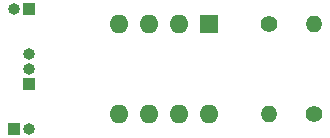
<source format=gbr>
%TF.GenerationSoftware,KiCad,Pcbnew,5.1.6-c6e7f7d~86~ubuntu20.04.1*%
%TF.CreationDate,2020-06-06T21:26:27+05:30*%
%TF.ProjectId,Inverting Amplifier,496e7665-7274-4696-9e67-20416d706c69,rev?*%
%TF.SameCoordinates,Original*%
%TF.FileFunction,Copper,L2,Bot*%
%TF.FilePolarity,Positive*%
%FSLAX46Y46*%
G04 Gerber Fmt 4.6, Leading zero omitted, Abs format (unit mm)*
G04 Created by KiCad (PCBNEW 5.1.6-c6e7f7d~86~ubuntu20.04.1) date 2020-06-06 21:26:27*
%MOMM*%
%LPD*%
G01*
G04 APERTURE LIST*
%TA.AperFunction,ComponentPad*%
%ADD10O,1.000000X1.000000*%
%TD*%
%TA.AperFunction,ComponentPad*%
%ADD11R,1.000000X1.000000*%
%TD*%
%TA.AperFunction,ComponentPad*%
%ADD12R,1.600000X1.600000*%
%TD*%
%TA.AperFunction,ComponentPad*%
%ADD13O,1.600000X1.600000*%
%TD*%
%TA.AperFunction,ComponentPad*%
%ADD14C,1.400000*%
%TD*%
%TA.AperFunction,ComponentPad*%
%ADD15O,1.400000X1.400000*%
%TD*%
G04 APERTURE END LIST*
D10*
%TO.P,J3,3*%
%TO.N,-12V*%
X113030000Y-90170000D03*
%TO.P,J3,2*%
%TO.N,GND*%
X113030000Y-91440000D03*
D11*
%TO.P,J3,1*%
%TO.N,+12V*%
X113030000Y-92710000D03*
%TD*%
D10*
%TO.P,J2,2*%
%TO.N,Net-(J2-Pad2)*%
X113030000Y-96520000D03*
D11*
%TO.P,J2,1*%
%TO.N,GND*%
X111760000Y-96520000D03*
%TD*%
D10*
%TO.P,J1,2*%
%TO.N,GND*%
X111760000Y-86360000D03*
D11*
%TO.P,J1,1*%
%TO.N,Net-(J1-Pad1)*%
X113030000Y-86360000D03*
%TD*%
D12*
%TO.P,U1,1*%
%TO.N,Net-(U1-Pad1)*%
X128270000Y-87630000D03*
D13*
%TO.P,U1,5*%
%TO.N,Net-(U1-Pad5)*%
X120650000Y-95250000D03*
%TO.P,U1,2*%
%TO.N,Net-(R1-Pad1)*%
X125730000Y-87630000D03*
%TO.P,U1,6*%
%TO.N,Net-(J2-Pad2)*%
X123190000Y-95250000D03*
%TO.P,U1,3*%
%TO.N,GND*%
X123190000Y-87630000D03*
%TO.P,U1,7*%
%TO.N,+12V*%
X125730000Y-95250000D03*
%TO.P,U1,4*%
%TO.N,-12V*%
X120650000Y-87630000D03*
%TO.P,U1,8*%
%TO.N,Net-(U1-Pad8)*%
X128270000Y-95250000D03*
%TD*%
D14*
%TO.P,R2,1*%
%TO.N,Net-(R1-Pad1)*%
X133350000Y-87630000D03*
D15*
%TO.P,R2,2*%
%TO.N,Net-(J2-Pad2)*%
X133350000Y-95250000D03*
%TD*%
%TO.P,R1,2*%
%TO.N,Net-(J1-Pad1)*%
X137160000Y-87630000D03*
D14*
%TO.P,R1,1*%
%TO.N,Net-(R1-Pad1)*%
X137160000Y-95250000D03*
%TD*%
M02*

</source>
